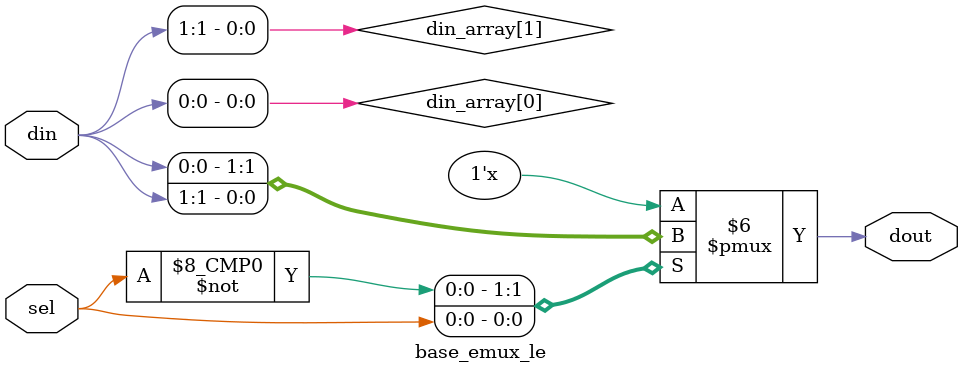
<source format=sv>
/*
 * Copyright 2017 IBM Corporation
 * Licensed to the Apache Software Foundation (ASF) under one
 * or more contributor license agreements.  See the NOTICE file
 * distributed with this work for additional information
 * regarding copyright ownership.  The ASF licenses this file
 * to you under the Apache License, Version 2.0 (the
 * "License"); you may not use this file except in compliance
 * with the License.  You may obtain a copy of the License at
 *
 *     http://www.apache.org/licenses/LICENSE-2.0
 *
 * Unless required by applicable law or agreed to in writing, software
 * distributed under the License is distributed on an "AS IS" BASIS,
 * WITHOUT WARRANTIES OR CONDITIONS OF ANY KIND, either express or implied.
 * See the License for the specific language governing permissions and
 * limitations under the License.
 *
 * Author: Andrew K Martin akmartin@us.ibm.com
 */
 
module base_emux_le#
  (
   parameter width = 1,
   parameter ways = 2,
   parameter sel_width=$clog2(ways)
   
   )
  (
   input [(width*ways)-1:0] din,
   input [sel_width-1:0]    sel,
   output [width-1:0]       dout
   );

   wire [width-1:0] 	    din_array [ways-1:0];
   
   assign dout = din_array[sel];

   genvar 		    i;
   generate
      for(i=0; i< ways; i=i+1)
	begin :gen1
	   assign din_array[i] = din[(i+1)*width-1:i*width];
	end
   endgenerate
   
endmodule // base_emux       

</source>
